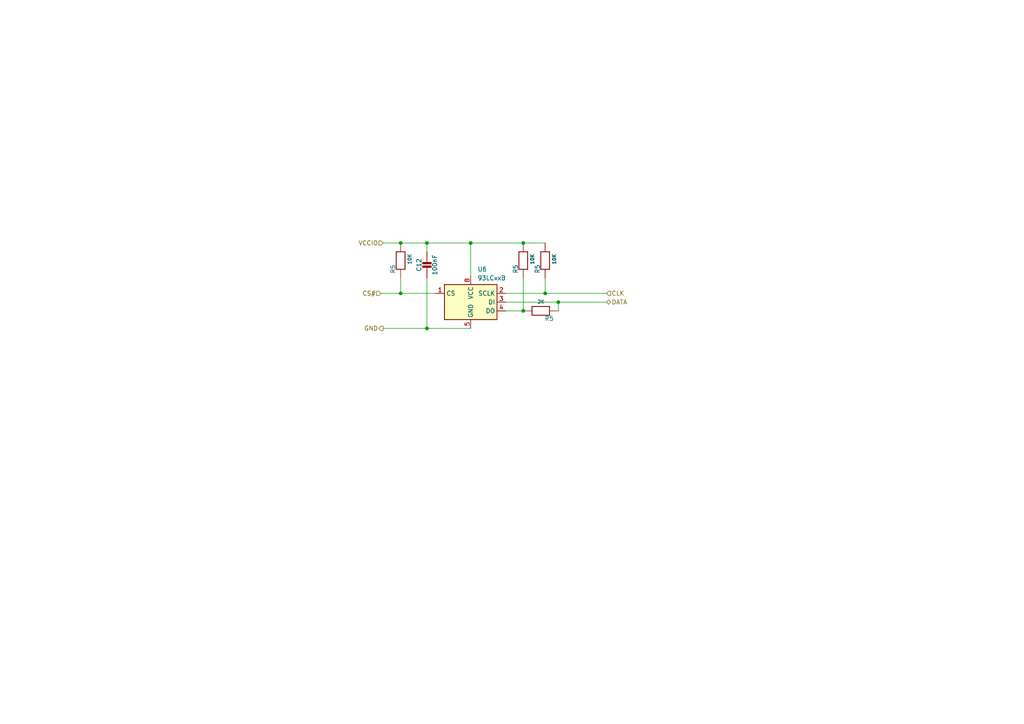
<source format=kicad_sch>
(kicad_sch (version 20230121) (generator eeschema)
  (paper "A4")
  (lib_symbols
    (symbol "Memory_EEPROM:93LCxxB"
      (property "Reference" "U" (at -7.62 6.35 0))
      (property "Value" "93LCxxB" (at 2.54 -6.35 0))
      (symbol "93LCxxB_1_1"
        (rectangle (start -7.62 5.08) (end 7.62 -5.08) (stroke (width 0.254)) (fill (type background)))
        (pin input line (at -10.16 2.54 0) (length 2.54) (name "CS") (number "1"))
        (pin input line (at 10.16 2.54 180) (length 2.54) (name "SCLK") (number "2"))
        (pin input line (at 10.16 0 180) (length 2.54) (name "DI") (number "3"))
        (pin tri_state line (at 10.16 -2.54 180) (length 2.54) (name "DO") (number "4"))
        (pin power_in line (at 0 -7.62 90) (length 2.54) (name "GND") (number "5"))
        (pin no_connect line (at -7.62 0 0) (length 2.54) hide (name "NC") (number "6"))
        (pin no_connect line (at -7.62 -2.54 0) (length 2.54) hide (name "NC") (number "7"))
        (pin power_in line (at 0 7.62 270) (length 2.54) (name "VCC") (number "8"))
      )
    )
    (symbol "RP2040Breakout-eagle-import:CAP_CERAMIC_0402NO"
      (property "Reference" "C" (at -2.29 1.25 90))
      (symbol "CAP_CERAMIC_0402NO_1_0"
        (rectangle (start -1.27 0.508) (end 1.27 1.016) (fill (type outline)))
        (rectangle (start -1.27 1.524) (end 1.27 2.032) (fill (type outline)))
        (polyline (pts (xy 0 0.762) (xy 0 0)) (stroke (width 0.1524)))
        (polyline (pts (xy 0 2.54) (xy 0 1.778)) (stroke (width 0.1524)))
        (pin passive line (at 0 5.08 270) (length 2.54) (name "1") (number "1"))
        (pin passive line (at 0 -2.54 90) (length 2.54) (name "2") (number "2"))
      )
    )
    (symbol "RP2040Breakout-eagle-import:RESISTOR_0402NO"
      (property "Reference" "R" (at 0 2.54 0))
      (symbol "RESISTOR_0402NO_1_0"
        (polyline (pts (xy -2.54 -1.27) (xy -2.54 1.27)) (stroke (width 0.254)))
        (polyline (pts (xy -2.54 1.27) (xy 2.54 1.27)) (stroke (width 0.254)))
        (polyline (pts (xy 2.54 -1.27) (xy -2.54 -1.27)) (stroke (width 0.254)))
        (polyline (pts (xy 2.54 1.27) (xy 2.54 -1.27)) (stroke (width 0.254)))
        (pin passive line (at -5.08 0 0) (length 2.54) (name "1") (number "1"))
        (pin passive line (at 5.08 0 180) (length 2.54) (name "2") (number "2"))
      )
    )
  )
  (junction (at 151.765 70.485))
  (junction (at 116.205 85.09))
  (junction (at 116.205 70.485))
  (junction (at 123.825 70.485))
  (junction (at 161.925 87.63))
  (junction (at 123.825 95.25))
  (junction (at 151.765 90.17))
  (junction (at 136.525 70.485))
  (junction (at 158.115 85.09))
  (wire (pts (xy 123.825 95.25) (xy 136.525 95.25)))
  (wire (pts (xy 116.205 85.09) (xy 126.365 85.09)))
  (wire (pts (xy 116.205 80.645) (xy 116.205 85.09)))
  (wire (pts (xy 161.925 87.63) (xy 175.895 87.63)))
  (wire (pts (xy 158.115 85.09) (xy 175.895 85.09)))
  (wire (pts (xy 111.125 70.485) (xy 116.205 70.485)))
  (wire (pts (xy 136.525 70.485) (xy 136.525 80.01)))
  (wire (pts (xy 151.765 80.645) (xy 151.765 90.17)))
  (wire (pts (xy 111.125 95.25) (xy 123.825 95.25)))
  (wire (pts (xy 136.525 70.485) (xy 151.765 70.485)))
  (wire (pts (xy 151.765 70.485) (xy 158.115 70.485)))
  (wire (pts (xy 123.825 70.485) (xy 136.525 70.485)))
  (wire (pts (xy 116.205 70.485) (xy 123.825 70.485)))
  (wire (pts (xy 146.685 90.17) (xy 151.765 90.17)))
  (wire (pts (xy 158.115 80.645) (xy 158.115 85.09)))
  (wire (pts (xy 146.685 85.09) (xy 158.115 85.09)))
  (wire (pts (xy 110.49 85.09) (xy 116.205 85.09)))
  (wire (pts (xy 161.925 87.63) (xy 161.925 90.17)))
  (wire (pts (xy 146.685 87.63) (xy 161.925 87.63)))
  (wire (pts (xy 123.825 80.645) (xy 123.825 95.25)))
  (wire (pts (xy 123.825 70.485) (xy 123.825 73.025)))
  (hierarchical_label "CLK" (shape input) (at 175.895 85.09 0))
  (hierarchical_label "GND" (shape output) (at 111.125 95.25 180))
  (hierarchical_label "VCCIO" (shape input) (at 111.125 70.485 180))
  (hierarchical_label "DATA" (shape bidirectional) (at 175.895 87.63 0))
  (hierarchical_label "CS#" (shape input) (at 110.49 85.09 180))
  (symbol (lib_id "Memory_EEPROM:93LCxxB") (at 136.525 87.63 0) (unit 1)
    (property "Reference" "U6" (at 138.4809 78.105 0) (effects (justify left)))
    (property "Value" "93LCxxB" (at 138.4809 80.645 0) (effects (justify left)))
    (property "Footprint" "Package_TO_SOT_SMD:SOT-23-6" (effects hide))
    (property "Datasheet" "http://ww1.microchip.com/downloads/en/DeviceDoc/20001749K.pdf" (effects hide))
    (property "MFR" "93LC56BT-I/OT" (effects hide))
    (property "LCSC" "C190271" (effects hide))
  )
  (symbol (lib_id "RP2040Breakout-eagle-import:RESISTOR_0402NO") (at 116.205 75.565 90) (unit 1)
    (property "Reference" "R5" (at 114.7064 79.375 0) (effects (justify left bottom)))
    (property "Value" "10K" (at 119.507 76.835 0) (effects (font (size 1.016 1.016) bold) (justify left bottom)))
    (property "Footprint" "Resistor_SMD:R_0402_1005Metric" (effects hide))
    (property "MFR" "RC0402FR-0710KL" (effects hide))
    (property "LCSC" "C60490" (effects hide))
    (instances (project "RP2040Breakout" (path "" (reference "R5") (unit 1))) (project "Pico_FT232H_pair" (path "" (reference "R7") (unit 1)) (path "" (reference "R8") (unit 1))))
  )
  (symbol (lib_id "RP2040Breakout-eagle-import:RESISTOR_0402NO") (at 151.765 75.565 90) (unit 1)
    (property "Reference" "R5" (at 150.2664 79.375 0) (effects (justify left bottom)))
    (property "Value" "10K" (at 155.067 76.835 0) (effects (font (size 1.016 1.016) bold) (justify left bottom)))
    (property "Footprint" "Resistor_SMD:R_0402_1005Metric" (effects hide))
    (property "MFR" "RC0402FR-0710KL" (effects hide))
    (property "LCSC" "C60490" (effects hide))
    (instances (project "RP2040Breakout" (path "" (reference "R5") (unit 1))) (project "Pico_FT232H_pair" (path "" (reference "R7") (unit 1)) (path "" (reference "R9") (unit 1))))
  )
  (symbol (lib_id "RP2040Breakout-eagle-import:RESISTOR_0402NO") (at 158.115 75.565 90) (unit 1)
    (property "Reference" "R5" (at 156.6164 79.375 0) (effects (justify left bottom)))
    (property "Value" "10K" (at 161.417 76.835 0) (effects (font (size 1.016 1.016) bold) (justify left bottom)))
    (property "Footprint" "Resistor_SMD:R_0402_1005Metric" (effects hide))
    (property "MFR" "RC0402FR-0710KL" (effects hide))
    (property "LCSC" "C60490" (effects hide))
    (instances (project "RP2040Breakout" (path "" (reference "R5") (unit 1))) (project "Pico_FT232H_pair" (path "" (reference "R7") (unit 1)) (path "" (reference "R10") (unit 1))))
  )
  (symbol (lib_id "RP2040Breakout-eagle-import:CAP_CERAMIC_0402NO") (at 123.825 78.105 0) (unit 1)
    (property "Reference" "C12" (at 121.535 76.855 90))
    (property "Value" "100nF" (at 126.125 76.855 90))
    (property "Footprint" "Capacitor_SMD:C_0402_1005Metric" (effects hide))
    (property "MFR" "CL05B104KO5NNNC" (effects hide))
    (property "LCSC" "C1525" (effects hide))
    (instances (project "RP2040Breakout" (path "" (reference "C12") (unit 1))) (project "Pico_FT232H_pair" (path "" (reference "C12(P33)") (unit 1)) (path "" (reference "C8") (unit 1))))
  )
  (symbol (lib_id "RP2040Breakout-eagle-import:RESISTOR_0402NO") (at 156.845 90.17 180) (unit 1)
    (property "Reference" "R5" (at 160.655 91.6686 0) (effects (justify left bottom)))
    (property "Value" "2K" (at 158.115 86.868 0) (effects (font (size 1.016 1.016) bold) (justify left bottom)))
    (property "Footprint" "Resistor_SMD:R_0402_1005Metric" (effects hide))
    (property "MFR" "RC0402FR-072KL" (effects hide))
    (property "LCSC" "C60488" (effects hide))
    (instances (project "RP2040Breakout" (path "" (reference "R5") (unit 1))) (project "Pico_FT232H_pair" (path "" (reference "R7") (unit 1)) (path "" (reference "R11") (unit 1))))
  )
)
</source>
